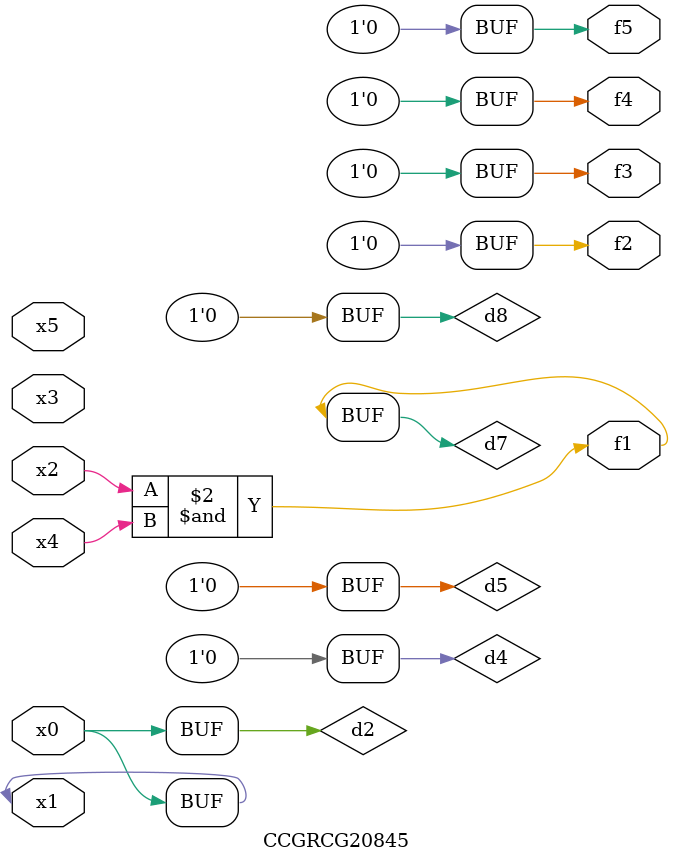
<source format=v>
module CCGRCG20845(
	input x0, x1, x2, x3, x4, x5,
	output f1, f2, f3, f4, f5
);

	wire d1, d2, d3, d4, d5, d6, d7, d8, d9;

	nand (d1, x1);
	buf (d2, x0, x1);
	nand (d3, x2, x4);
	and (d4, d1, d2);
	and (d5, d1, d2);
	nand (d6, d1, d3);
	not (d7, d3);
	xor (d8, d5);
	nor (d9, d5, d6);
	assign f1 = d7;
	assign f2 = d8;
	assign f3 = d8;
	assign f4 = d8;
	assign f5 = d8;
endmodule

</source>
